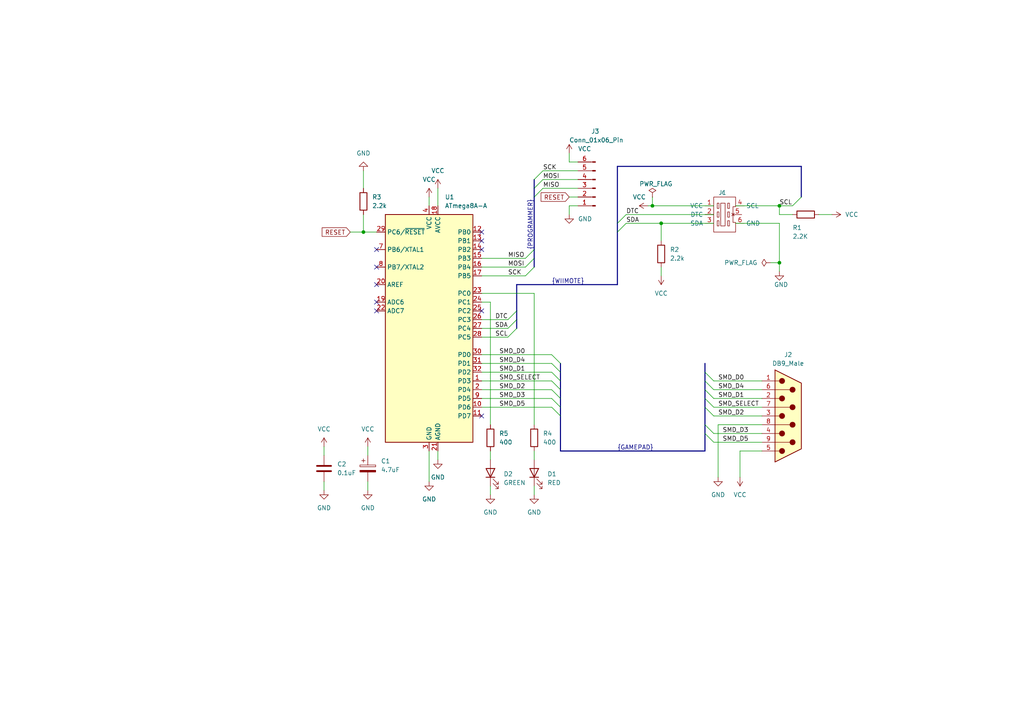
<source format=kicad_sch>
(kicad_sch (version 20230121) (generator eeschema)
  (paper "A4")
  (lib_symbols
    (symbol "Connector:Conn_01x06_Pin" (pin_names (offset 1.016) hide)
      (property "Reference" "J" (at 0 7.62 0))
      (property "Value" "Conn_01x06_Pin" (at 0 -10.16 0))
      (symbol "Conn_01x06_Pin_1_1"
        (polyline (pts (xy 1.27 -7.62) (xy 0.8636 -7.62)) (stroke (width 0.1524)))
        (polyline (pts (xy 1.27 -5.08) (xy 0.8636 -5.08)) (stroke (width 0.1524)))
        (polyline (pts (xy 1.27 -2.54) (xy 0.8636 -2.54)) (stroke (width 0.1524)))
        (polyline (pts (xy 1.27 0) (xy 0.8636 0)) (stroke (width 0.1524)))
        (polyline (pts (xy 1.27 2.54) (xy 0.8636 2.54)) (stroke (width 0.1524)))
        (polyline (pts (xy 1.27 5.08) (xy 0.8636 5.08)) (stroke (width 0.1524)))
        (rectangle (start 0.8636 -7.493) (end 0 -7.747) (stroke (width 0.1524)) (fill (type outline)))
        (rectangle (start 0.8636 -4.953) (end 0 -5.207) (stroke (width 0.1524)) (fill (type outline)))
        (rectangle (start 0.8636 -2.413) (end 0 -2.667) (stroke (width 0.1524)) (fill (type outline)))
        (rectangle (start 0.8636 0.127) (end 0 -0.127) (stroke (width 0.1524)) (fill (type outline)))
        (rectangle (start 0.8636 2.667) (end 0 2.413) (stroke (width 0.1524)) (fill (type outline)))
        (rectangle (start 0.8636 5.207) (end 0 4.953) (stroke (width 0.1524)) (fill (type outline)))
        (pin passive line (at 5.08 5.08 180) (length 3.81) (name "Pin_1") (number "1"))
        (pin passive line (at 5.08 2.54 180) (length 3.81) (name "Pin_2") (number "2"))
        (pin passive line (at 5.08 0 180) (length 3.81) (name "Pin_3") (number "3"))
        (pin passive line (at 5.08 -2.54 180) (length 3.81) (name "Pin_4") (number "4"))
        (pin passive line (at 5.08 -5.08 180) (length 3.81) (name "Pin_5") (number "5"))
        (pin passive line (at 5.08 -7.62 180) (length 3.81) (name "Pin_6") (number "6"))
      )
    )
    (symbol "Connector:DB9_Male" (pin_names (offset 1.016) hide)
      (property "Reference" "J" (at 0 13.97 0))
      (property "Value" "DB9_Male" (at 0 -14.605 0))
      (symbol "DB9_Male_0_1"
        (circle (center -1.778 -10.16) (radius 0.762) (fill (type outline)))
        (circle (center -1.778 -5.08) (radius 0.762) (fill (type outline)))
        (circle (center -1.778 0) (radius 0.762) (fill (type outline)))
        (circle (center -1.778 5.08) (radius 0.762) (fill (type outline)))
        (circle (center -1.778 10.16) (radius 0.762) (fill (type outline)))
        (polyline (pts (xy -3.81 -10.16) (xy -2.54 -10.16)))
        (polyline (pts (xy -3.81 -7.62) (xy 0.508 -7.62)))
        (polyline (pts (xy -3.81 -5.08) (xy -2.54 -5.08)))
        (polyline (pts (xy -3.81 -2.54) (xy 0.508 -2.54)))
        (polyline (pts (xy -3.81 0) (xy -2.54 0)))
        (polyline (pts (xy -3.81 2.54) (xy 0.508 2.54)))
        (polyline (pts (xy -3.81 5.08) (xy -2.54 5.08)))
        (polyline (pts (xy -3.81 7.62) (xy 0.508 7.62)))
        (polyline (pts (xy -3.81 10.16) (xy -2.54 10.16)))
        (polyline (pts (xy -3.81 -13.335) (xy -3.81 13.335) (xy 3.81 9.525) (xy 3.81 -9.525) (xy -3.81 -13.335)) (stroke (width 0.254)) (fill (type background)))
        (circle (center 1.27 -7.62) (radius 0.762) (fill (type outline)))
        (circle (center 1.27 -2.54) (radius 0.762) (fill (type outline)))
        (circle (center 1.27 2.54) (radius 0.762) (fill (type outline)))
        (circle (center 1.27 7.62) (radius 0.762) (fill (type outline)))
      )
      (symbol "DB9_Male_1_1"
        (pin passive line (at -7.62 -10.16 0) (length 3.81) (name "1") (number "1"))
        (pin passive line (at -7.62 -5.08 0) (length 3.81) (name "2") (number "2"))
        (pin passive line (at -7.62 0 0) (length 3.81) (name "3") (number "3"))
        (pin passive line (at -7.62 5.08 0) (length 3.81) (name "4") (number "4"))
        (pin passive line (at -7.62 10.16 0) (length 3.81) (name "5") (number "5"))
        (pin passive line (at -7.62 -7.62 0) (length 3.81) (name "6") (number "6"))
        (pin passive line (at -7.62 -2.54 0) (length 3.81) (name "7") (number "7"))
        (pin passive line (at -7.62 2.54 0) (length 3.81) (name "8") (number "8"))
        (pin passive line (at -7.62 7.62 0) (length 3.81) (name "9") (number "9"))
      )
    )
    (symbol "Device:C" (pin_numbers hide) (pin_names (offset 0.254))
      (property "Reference" "C" (at 0.635 2.54 0))
      (property "Value" "C" (at 0.635 -2.54 0))
      (symbol "C_0_1"
        (polyline (pts (xy -2.032 -0.762) (xy 2.032 -0.762)) (stroke (width 0.508)))
        (polyline (pts (xy -2.032 0.762) (xy 2.032 0.762)) (stroke (width 0.508)))
      )
      (symbol "C_1_1"
        (pin passive line (at 0 3.81 270) (length 2.794) (name "~") (number "1"))
        (pin passive line (at 0 -3.81 90) (length 2.794) (name "~") (number "2"))
      )
    )
    (symbol "Device:C_Polarized" (pin_numbers hide) (pin_names (offset 0.254))
      (property "Reference" "C" (at 0.635 2.54 0))
      (property "Value" "C_Polarized" (at 0.635 -2.54 0))
      (symbol "C_Polarized_0_1"
        (rectangle (start -2.286 0.508) (end 2.286 1.016))
        (polyline (pts (xy -1.778 2.286) (xy -0.762 2.286)))
        (polyline (pts (xy -1.27 2.794) (xy -1.27 1.778)))
        (rectangle (start 2.286 -0.508) (end -2.286 -1.016) (fill (type outline)))
      )
      (symbol "C_Polarized_1_1"
        (pin passive line (at 0 3.81 270) (length 2.794) (name "~") (number "1"))
        (pin passive line (at 0 -3.81 90) (length 2.794) (name "~") (number "2"))
      )
    )
    (symbol "Device:LED" (pin_numbers hide) (pin_names (offset 1.016) hide)
      (property "Reference" "D" (at 0 2.54 0))
      (property "Value" "LED" (at 0 -2.54 0))
      (symbol "LED_0_1"
        (polyline (pts (xy -1.27 -1.27) (xy -1.27 1.27)) (stroke (width 0.254)))
        (polyline (pts (xy -1.27 0) (xy 1.27 0)))
        (polyline (pts (xy 1.27 -1.27) (xy 1.27 1.27) (xy -1.27 0) (xy 1.27 -1.27)) (stroke (width 0.254)))
        (polyline (pts (xy -3.048 -0.762) (xy -4.572 -2.286) (xy -3.81 -2.286) (xy -4.572 -2.286) (xy -4.572 -1.524)))
        (polyline (pts (xy -1.778 -0.762) (xy -3.302 -2.286) (xy -2.54 -2.286) (xy -3.302 -2.286) (xy -3.302 -1.524)))
      )
      (symbol "LED_1_1"
        (pin passive line (at -3.81 0 0) (length 2.54) (name "K") (number "1"))
        (pin passive line (at 3.81 0 180) (length 2.54) (name "A") (number "2"))
      )
    )
    (symbol "Device:R" (pin_numbers hide) (pin_names (offset 0))
      (property "Reference" "R" (at 2.032 0 90))
      (property "Value" "R" (at 0 0 90))
      (symbol "R_0_1"
        (rectangle (start -1.016 -2.54) (end 1.016 2.54) (stroke (width 0.254)))
      )
      (symbol "R_1_1"
        (pin passive line (at 0 3.81 270) (length 1.27) (name "~") (number "1"))
        (pin passive line (at 0 -3.81 90) (length 1.27) (name "~") (number "2"))
      )
    )
    (symbol "GND_1" (power) (pin_names (offset 0))
      (property "Value" "GND_1" (at 0 -3.81 0))
      (symbol "GND_1_0_1"
        (polyline (pts (xy 0 0) (xy 0 -1.27) (xy 1.27 -1.27) (xy 0 -2.54) (xy -1.27 -1.27) (xy 0 -1.27)))
      )
      (symbol "GND_1_1_1"
        (pin power_in line (at 0 0 270) (length 0) hide (name "GND") (number "1"))
      )
    )
    (symbol "GND_2" (power) (pin_names (offset 0))
      (property "Value" "GND_2" (at 0 -3.81 0))
      (symbol "GND_2_0_1"
        (polyline (pts (xy 0 0) (xy 0 -1.27) (xy 1.27 -1.27) (xy 0 -2.54) (xy -1.27 -1.27) (xy 0 -1.27)))
      )
      (symbol "GND_2_1_1"
        (pin power_in line (at 0 0 270) (length 0) hide (name "GND") (number "1"))
      )
    )
    (symbol "GND_3" (power) (pin_names (offset 0))
      (property "Value" "GND_3" (at 0 -3.81 0))
      (symbol "GND_3_0_1"
        (polyline (pts (xy 0 0) (xy 0 -1.27) (xy 1.27 -1.27) (xy 0 -2.54) (xy -1.27 -1.27) (xy 0 -1.27)))
      )
      (symbol "GND_3_1_1"
        (pin power_in line (at 0 0 270) (length 0) hide (name "GND") (number "1"))
      )
    )
    (symbol "MCU_Microchip_ATmega:ATmega8A-A"
      (property "Reference" "U" (at -12.7 34.29 0))
      (property "Value" "ATmega8A-A" (at 5.08 -34.29 0))
      (symbol "ATmega8A-A_0_1"
        (rectangle (start -12.7 -33.02) (end 12.7 33.02) (stroke (width 0.254)) (fill (type background)))
      )
      (symbol "ATmega8A-A_1_1"
        (pin bidirectional line (at 15.24 -15.24 180) (length 2.54) (name "PD3") (number "1"))
        (pin bidirectional line (at 15.24 -22.86 180) (length 2.54) (name "PD6") (number "10"))
        (pin bidirectional line (at 15.24 -25.4 180) (length 2.54) (name "PD7") (number "11"))
        (pin bidirectional line (at 15.24 27.94 180) (length 2.54) (name "PB0") (number "12"))
        (pin bidirectional line (at 15.24 25.4 180) (length 2.54) (name "PB1") (number "13"))
        (pin bidirectional line (at 15.24 22.86 180) (length 2.54) (name "PB2") (number "14"))
        (pin bidirectional line (at 15.24 20.32 180) (length 2.54) (name "PB3") (number "15"))
        (pin bidirectional line (at 15.24 17.78 180) (length 2.54) (name "PB4") (number "16"))
        (pin bidirectional line (at 15.24 15.24 180) (length 2.54) (name "PB5") (number "17"))
        (pin power_in line (at 2.54 35.56 270) (length 2.54) (name "AVCC") (number "18"))
        (pin input line (at -15.24 7.62 0) (length 2.54) (name "ADC6") (number "19"))
        (pin bidirectional line (at 15.24 -17.78 180) (length 2.54) (name "PD4") (number "2"))
        (pin passive line (at -15.24 12.7 0) (length 2.54) (name "AREF") (number "20"))
        (pin power_in line (at 2.54 -35.56 90) (length 2.54) (name "AGND") (number "21"))
        (pin input line (at -15.24 5.08 0) (length 2.54) (name "ADC7") (number "22"))
        (pin bidirectional line (at 15.24 10.16 180) (length 2.54) (name "PC0") (number "23"))
        (pin bidirectional line (at 15.24 7.62 180) (length 2.54) (name "PC1") (number "24"))
        (pin bidirectional line (at 15.24 5.08 180) (length 2.54) (name "PC2") (number "25"))
        (pin bidirectional line (at 15.24 2.54 180) (length 2.54) (name "PC3") (number "26"))
        (pin bidirectional line (at 15.24 0 180) (length 2.54) (name "PC4") (number "27"))
        (pin bidirectional line (at 15.24 -2.54 180) (length 2.54) (name "PC5") (number "28"))
        (pin bidirectional line (at -15.24 27.94 0) (length 2.54) (name "PC6/~{RESET}") (number "29"))
        (pin power_in line (at 0 -35.56 90) (length 2.54) (name "GND") (number "3"))
        (pin bidirectional line (at 15.24 -7.62 180) (length 2.54) (name "PD0") (number "30"))
        (pin bidirectional line (at 15.24 -10.16 180) (length 2.54) (name "PD1") (number "31"))
        (pin bidirectional line (at 15.24 -12.7 180) (length 2.54) (name "PD2") (number "32"))
        (pin power_in line (at 0 35.56 270) (length 2.54) (name "VCC") (number "4"))
        (pin passive line (at 0 -35.56 90) (length 2.54) hide (name "GND") (number "5"))
        (pin passive line (at 0 35.56 270) (length 2.54) hide (name "VCC") (number "6"))
        (pin bidirectional line (at -15.24 22.86 0) (length 2.54) (name "PB6/XTAL1") (number "7"))
        (pin bidirectional line (at -15.24 17.78 0) (length 2.54) (name "PB7/XTAL2") (number "8"))
        (pin bidirectional line (at 15.24 -20.32 180) (length 2.54) (name "PD5") (number "9"))
      )
    )
    (symbol "VCC_1" (power) (pin_names (offset 0))
      (property "Value" "VCC_1" (at 0 3.81 0))
      (symbol "VCC_1_0_1"
        (polyline (pts (xy -0.762 1.27) (xy 0 2.54)))
        (polyline (pts (xy 0 0) (xy 0 2.54)))
        (polyline (pts (xy 0 2.54) (xy 0.762 1.27)))
      )
      (symbol "VCC_1_1_1"
        (pin power_in line (at 0 0 90) (length 0) hide (name "VCC") (number "1"))
      )
    )
    (symbol "VCC_2" (power) (pin_names (offset 0))
      (property "Value" "VCC_2" (at 0 3.81 0))
      (symbol "VCC_2_0_1"
        (polyline (pts (xy -0.762 1.27) (xy 0 2.54)))
        (polyline (pts (xy 0 0) (xy 0 2.54)))
        (polyline (pts (xy 0 2.54) (xy 0.762 1.27)))
      )
      (symbol "VCC_2_1_1"
        (pin power_in line (at 0 0 90) (length 0) hide (name "VCC") (number "1"))
      )
    )
    (symbol "VCC_3" (power) (pin_names (offset 0))
      (property "Value" "VCC_3" (at 0 3.81 0))
      (symbol "VCC_3_0_1"
        (polyline (pts (xy -0.762 1.27) (xy 0 2.54)))
        (polyline (pts (xy 0 0) (xy 0 2.54)))
        (polyline (pts (xy 0 2.54) (xy 0.762 1.27)))
      )
      (symbol "VCC_3_1_1"
        (pin power_in line (at 0 0 90) (length 0) hide (name "VCC") (number "1"))
      )
    )
    (symbol "VCC_4" (power) (pin_names (offset 0))
      (property "Value" "VCC_4" (at 0 3.81 0))
      (symbol "VCC_4_0_1"
        (polyline (pts (xy -0.762 1.27) (xy 0 2.54)))
        (polyline (pts (xy 0 0) (xy 0 2.54)))
        (polyline (pts (xy 0 2.54) (xy 0.762 1.27)))
      )
      (symbol "VCC_4_1_1"
        (pin power_in line (at 0 0 90) (length 0) hide (name "VCC") (number "1"))
      )
    )
    (symbol "VCC_5" (power) (pin_names (offset 0))
      (property "Value" "VCC_5" (at 0 3.81 0))
      (symbol "VCC_5_0_1"
        (polyline (pts (xy -0.762 1.27) (xy 0 2.54)))
        (polyline (pts (xy 0 0) (xy 0 2.54)))
        (polyline (pts (xy 0 2.54) (xy 0.762 1.27)))
      )
      (symbol "VCC_5_1_1"
        (pin power_in line (at 0 0 90) (length 0) hide (name "VCC") (number "1"))
      )
    )
    (symbol "VCC_6" (power) (pin_names (offset 0))
      (property "Value" "VCC_6" (at 0 3.81 0))
      (symbol "VCC_6_0_1"
        (polyline (pts (xy -0.762 1.27) (xy 0 2.54)))
        (polyline (pts (xy 0 0) (xy 0 2.54)))
        (polyline (pts (xy 0 2.54) (xy 0.762 1.27)))
      )
      (symbol "VCC_6_1_1"
        (pin power_in line (at 0 0 90) (length 0) hide (name "VCC") (number "1"))
      )
    )
    (symbol "VCC_7" (power) (pin_names (offset 0))
      (property "Value" "VCC_7" (at 0 3.81 0))
      (symbol "VCC_7_0_1"
        (polyline (pts (xy -0.762 1.27) (xy 0 2.54)))
        (polyline (pts (xy 0 0) (xy 0 2.54)))
        (polyline (pts (xy 0 2.54) (xy 0.762 1.27)))
      )
      (symbol "VCC_7_1_1"
        (pin power_in line (at 0 0 90) (length 0) hide (name "VCC") (number "1"))
      )
    )
    (symbol "VCC_8" (power) (pin_names (offset 0))
      (property "Value" "VCC_8" (at 0 3.81 0))
      (symbol "VCC_8_0_1"
        (polyline (pts (xy -0.762 1.27) (xy 0 2.54)))
        (polyline (pts (xy 0 0) (xy 0 2.54)))
        (polyline (pts (xy 0 2.54) (xy 0.762 1.27)))
      )
      (symbol "VCC_8_1_1"
        (pin power_in line (at 0 0 90) (length 0) hide (name "VCC") (number "1"))
      )
    )
    (symbol "Wii:Wii_Nunchuck_Connector"
      (property "Reference" "J" (at -6.35 0 0))
      (symbol "Wii_Nunchuck_Connector_0_1"
        (rectangle (start -3.302 -1.016) (end -1.778 -1.524))
        (rectangle (start -3.302 0.762) (end 3.302 -0.508))
        (rectangle (start -3.302 2.032) (end -1.778 1.524))
        (rectangle (start -0.762 -1.016) (end 0.762 -1.524))
        (rectangle (start -0.762 2.032) (end 0.762 1.524))
        (polyline (pts (xy 5.08 -2.54) (xy 5.08 3.81) (xy 2.286 3.81) (xy 2.286 3.048) (xy -2.286 3.048) (xy -2.286 3.81) (xy -5.08 3.81) (xy -5.08 -2.54) (xy 5.08 -2.54)))
        (rectangle (start 1.778 -1.016) (end 3.302 -1.524))
        (rectangle (start 1.778 2.032) (end 3.302 1.524))
      )
      (symbol "Wii_Nunchuck_Connector_1_1"
        (pin power_in line (at -2.54 -2.54 270) (length 2.54) (name "VCC") (number "1"))
        (pin input line (at 0 -2.54 270) (length 2.54) (name "DTC") (number "2"))
        (pin input line (at 2.54 -2.54 270) (length 2.54) (name "SDA") (number "3"))
        (pin input line (at -2.54 3.81 90) (length 2.54) (name "SCL") (number "4"))
        (pin no_connect line (at 0 3.048 90) (length 2.54) (name "") (number "5"))
        (pin power_in line (at 2.54 3.81 90) (length 2.54) (name "GND") (number "6"))
      )
    )
    (symbol "power:GND" (power) (pin_names (offset 0))
      (property "Value" "GND" (at 0 -3.81 0))
      (symbol "GND_0_1"
        (polyline (pts (xy 0 0) (xy 0 -1.27) (xy 1.27 -1.27) (xy 0 -2.54) (xy -1.27 -1.27) (xy 0 -1.27)))
      )
      (symbol "GND_1_1"
        (pin power_in line (at 0 0 270) (length 0) hide (name "GND") (number "1"))
      )
    )
    (symbol "power:PWR_FLAG" (power) (pin_numbers hide) (pin_names (offset 0) hide)
      (property "Value" "PWR_FLAG" (at 0 3.81 0))
      (symbol "PWR_FLAG_0_0"
        (pin power_out line (at 0 0 90) (length 0) (name "pwr") (number "1"))
      )
      (symbol "PWR_FLAG_0_1"
        (polyline (pts (xy 0 0) (xy 0 1.27) (xy -1.016 1.905) (xy 0 2.54) (xy 1.016 1.905) (xy 0 1.27)))
      )
    )
    (symbol "power:VCC" (power) (pin_names (offset 0))
      (property "Value" "VCC" (at 0 3.81 0))
      (symbol "VCC_0_1"
        (polyline (pts (xy -0.762 1.27) (xy 0 2.54)))
        (polyline (pts (xy 0 0) (xy 0 2.54)))
        (polyline (pts (xy 0 2.54) (xy 0.762 1.27)))
      )
      (symbol "VCC_1_1"
        (pin power_in line (at 0 0 90) (length 0) hide (name "VCC") (number "1"))
      )
    )
  )
  (bus_alias "GAMEPAD" (members "SMD_D0" "SMD_D1" "SMD_D2" "SMD_D3" "SMD_D4" "SMD_D5" "SMD_SELECT"))
  (bus_alias "PROGRAMMER" (members "SCK" "MOSI" "MISO"))
  (bus_alias "WIIMOTE" (members "DTC" "SDA" "SCL"))
  (junction (at 226.06 76.2))
  (junction (at 189.23 59.69))
  (junction (at 105.41 67.31))
  (junction (at 226.06 59.69))
  (junction (at 191.77 64.77))
  (no_connect (at 139.7 72.39))
  (no_connect (at 109.22 72.39))
  (no_connect (at 139.7 69.85))
  (no_connect (at 139.7 90.17))
  (no_connect (at 139.7 120.65))
  (no_connect (at 109.22 87.63))
  (no_connect (at 109.22 82.55))
  (no_connect (at 109.22 90.17))
  (no_connect (at 139.7 67.31))
  (no_connect (at 109.22 77.47))
  (bus_entry (at 152.4 77.47) (size 2.54 -2.54))
  (bus_entry (at 204.47 125.73) (size 2.54 2.54))
  (bus_entry (at 179.07 64.77) (size 2.54 -2.54))
  (bus_entry (at 232.41 57.15) (size -2.54 2.54))
  (bus_entry (at 152.4 80.01) (size 2.54 -2.54))
  (bus_entry (at 204.47 110.49) (size 2.54 2.54))
  (bus_entry (at 160.02 113.03) (size 2.54 2.54))
  (bus_entry (at 152.4 74.93) (size 2.54 -2.54))
  (bus_entry (at 204.47 115.57) (size 2.54 2.54))
  (bus_entry (at 147.32 95.25) (size 2.54 -2.54))
  (bus_entry (at 160.02 115.57) (size 2.54 2.54))
  (bus_entry (at 160.02 110.49) (size 2.54 2.54))
  (bus_entry (at 154.94 52.07) (size 2.54 -2.54))
  (bus_entry (at 154.94 54.61) (size 2.54 -2.54))
  (bus_entry (at 204.47 107.95) (size 2.54 2.54))
  (bus_entry (at 179.07 67.31) (size 2.54 -2.54))
  (bus_entry (at 204.47 118.11) (size 2.54 2.54))
  (bus_entry (at 149.86 95.25) (size -2.54 2.54))
  (bus_entry (at 160.02 118.11) (size 2.54 2.54))
  (bus_entry (at 204.47 123.19) (size 2.54 2.54))
  (bus_entry (at 160.02 105.41) (size 2.54 2.54))
  (bus_entry (at 204.47 113.03) (size 2.54 2.54))
  (bus_entry (at 154.94 57.15) (size 2.54 -2.54))
  (bus_entry (at 149.86 90.17) (size -2.54 2.54))
  (bus_entry (at 160.02 102.87) (size 2.54 2.54))
  (bus_entry (at 160.02 107.95) (size 2.54 2.54))
  (bus (pts (xy 204.47 105.41) (xy 204.47 107.95)))
  (wire (pts (xy 139.7 105.41) (xy 160.02 105.41)))
  (wire (pts (xy 214.63 130.81) (xy 214.63 138.43)))
  (wire (pts (xy 106.68 139.7) (xy 106.68 142.24)))
  (wire (pts (xy 139.7 107.95) (xy 160.02 107.95)))
  (wire (pts (xy 142.24 130.81) (xy 142.24 133.35)))
  (wire (pts (xy 207.01 113.03) (xy 220.98 113.03)))
  (wire (pts (xy 207.01 120.65) (xy 220.98 120.65)))
  (wire (pts (xy 207.01 115.57) (xy 220.98 115.57)))
  (bus (pts (xy 232.41 48.26) (xy 232.41 57.15)))
  (bus (pts (xy 204.47 125.73) (xy 204.47 123.19)))
  (wire (pts (xy 191.77 64.77) (xy 207.01 64.77)))
  (bus (pts (xy 154.94 54.61) (xy 154.94 52.07)))
  (bus (pts (xy 204.47 118.11) (xy 204.47 123.19)))
  (wire (pts (xy 106.68 129.54) (xy 106.68 132.08)))
  (wire (pts (xy 165.1 44.45) (xy 165.1 46.99)))
  (wire (pts (xy 157.48 54.61) (xy 167.64 54.61)))
  (wire (pts (xy 157.48 52.07) (xy 167.64 52.07)))
  (wire (pts (xy 181.61 62.23) (xy 207.01 62.23)))
  (wire (pts (xy 101.6 67.31) (xy 105.41 67.31)))
  (wire (pts (xy 93.98 129.54) (xy 93.98 132.08)))
  (wire (pts (xy 139.7 97.79) (xy 147.32 97.79)))
  (bus (pts (xy 204.47 107.95) (xy 204.47 110.49)))
  (wire (pts (xy 220.98 123.19) (xy 208.28 123.19)))
  (wire (pts (xy 142.24 87.63) (xy 139.7 87.63)))
  (wire (pts (xy 189.23 57.15) (xy 189.23 59.69)))
  (bus (pts (xy 179.07 82.55) (xy 149.86 82.55)))
  (wire (pts (xy 127 130.81) (xy 127 133.35)))
  (wire (pts (xy 213.36 64.77) (xy 226.06 64.77)))
  (wire (pts (xy 213.36 59.69) (xy 226.06 59.69)))
  (wire (pts (xy 154.94 140.97) (xy 154.94 143.51)))
  (wire (pts (xy 105.41 49.53) (xy 105.41 54.61)))
  (wire (pts (xy 226.06 59.69) (xy 226.06 62.23)))
  (wire (pts (xy 139.7 95.25) (xy 147.32 95.25)))
  (wire (pts (xy 207.01 125.73) (xy 220.98 125.73)))
  (bus (pts (xy 204.47 130.81) (xy 204.47 125.73)))
  (bus (pts (xy 179.07 67.31) (xy 179.07 82.55)))
  (wire (pts (xy 207.01 128.27) (xy 220.98 128.27)))
  (wire (pts (xy 226.06 78.74) (xy 226.06 76.2)))
  (wire (pts (xy 139.7 118.11) (xy 160.02 118.11)))
  (wire (pts (xy 154.94 123.19) (xy 154.94 85.09)))
  (wire (pts (xy 139.7 92.71) (xy 147.32 92.71)))
  (bus (pts (xy 179.07 48.26) (xy 232.41 48.26)))
  (wire (pts (xy 181.61 64.77) (xy 191.77 64.77)))
  (wire (pts (xy 139.7 77.47) (xy 152.4 77.47)))
  (wire (pts (xy 165.1 46.99) (xy 167.64 46.99)))
  (wire (pts (xy 189.23 59.69) (xy 187.96 59.69)))
  (wire (pts (xy 139.7 80.01) (xy 152.4 80.01)))
  (bus (pts (xy 149.86 92.71) (xy 149.86 90.17)))
  (wire (pts (xy 142.24 140.97) (xy 142.24 143.51)))
  (wire (pts (xy 226.06 76.2) (xy 223.52 76.2)))
  (wire (pts (xy 154.94 130.81) (xy 154.94 133.35)))
  (wire (pts (xy 165.1 57.15) (xy 167.64 57.15)))
  (bus (pts (xy 162.56 110.49) (xy 162.56 113.03)))
  (bus (pts (xy 204.47 113.03) (xy 204.47 115.57)))
  (bus (pts (xy 149.86 82.55) (xy 149.86 90.17)))
  (wire (pts (xy 226.06 62.23) (xy 229.87 62.23)))
  (wire (pts (xy 139.7 115.57) (xy 160.02 115.57)))
  (wire (pts (xy 157.48 49.53) (xy 167.64 49.53)))
  (wire (pts (xy 241.3 62.23) (xy 237.49 62.23)))
  (bus (pts (xy 162.56 115.57) (xy 162.56 118.11)))
  (wire (pts (xy 226.06 64.77) (xy 226.06 76.2)))
  (wire (pts (xy 105.41 62.23) (xy 105.41 67.31)))
  (wire (pts (xy 124.46 57.15) (xy 124.46 59.69)))
  (wire (pts (xy 165.1 59.69) (xy 167.64 59.69)))
  (bus (pts (xy 204.47 110.49) (xy 204.47 113.03)))
  (bus (pts (xy 162.56 110.49) (xy 162.56 107.95)))
  (wire (pts (xy 208.28 123.19) (xy 208.28 138.43)))
  (bus (pts (xy 204.47 130.81) (xy 162.56 130.81)))
  (wire (pts (xy 105.41 67.31) (xy 109.22 67.31)))
  (bus (pts (xy 162.56 118.11) (xy 162.56 120.65)))
  (wire (pts (xy 139.7 110.49) (xy 160.02 110.49)))
  (bus (pts (xy 154.94 57.15) (xy 154.94 54.61)))
  (bus (pts (xy 179.07 67.31) (xy 179.07 64.77)))
  (wire (pts (xy 220.98 130.81) (xy 214.63 130.81)))
  (bus (pts (xy 149.86 95.25) (xy 149.86 92.71)))
  (wire (pts (xy 139.7 113.03) (xy 160.02 113.03)))
  (wire (pts (xy 191.77 77.47) (xy 191.77 80.01)))
  (wire (pts (xy 226.06 59.69) (xy 229.87 59.69)))
  (wire (pts (xy 191.77 64.77) (xy 191.77 69.85)))
  (wire (pts (xy 165.1 62.23) (xy 165.1 59.69)))
  (bus (pts (xy 154.94 74.93) (xy 154.94 77.47)))
  (bus (pts (xy 162.56 113.03) (xy 162.56 115.57)))
  (wire (pts (xy 124.46 130.81) (xy 124.46 139.7)))
  (wire (pts (xy 127 54.61) (xy 127 59.69)))
  (wire (pts (xy 139.7 74.93) (xy 152.4 74.93)))
  (bus (pts (xy 179.07 64.77) (xy 179.07 48.26)))
  (bus (pts (xy 204.47 115.57) (xy 204.47 118.11)))
  (wire (pts (xy 142.24 87.63) (xy 142.24 123.19)))
  (wire (pts (xy 139.7 102.87) (xy 160.02 102.87)))
  (wire (pts (xy 207.01 110.49) (xy 220.98 110.49)))
  (bus (pts (xy 154.94 72.39) (xy 154.94 74.93)))
  (wire (pts (xy 207.01 118.11) (xy 220.98 118.11)))
  (bus (pts (xy 162.56 120.65) (xy 162.56 130.81)))
  (bus (pts (xy 154.94 57.15) (xy 154.94 72.39)))
  (wire (pts (xy 189.23 59.69) (xy 207.01 59.69)))
  (wire (pts (xy 93.98 139.7) (xy 93.98 142.24)))
  (wire (pts (xy 154.94 85.09) (xy 139.7 85.09)))
  (bus (pts (xy 162.56 107.95) (xy 162.56 105.41)))
  (label "SMD_D1" (at 144.78 107.95 0))
  (label "SMD_D0" (at 144.78 102.87 0))
  (label "MISO" (at 147.32 74.93 0))
  (label "SDA" (at 181.61 64.77 0))
  (label "SMD_D0" (at 208.28 110.49 0))
  (label "SMD_D5" (at 144.78 118.11 0))
  (label "MOSI" (at 157.48 52.07 0))
  (label "SCL" (at 147.32 97.79 180))
  (label "SMD_SELECT" (at 144.78 110.49 0))
  (label "SMD_D4" (at 144.78 105.41 0))
  (label "SCK" (at 147.32 80.01 0))
  (label "SMD_D2" (at 144.78 113.03 0))
  (label "SCK" (at 157.48 49.53 0))
  (label "SMD_D2" (at 208.28 120.65 0))
  (label "SMD_D1" (at 208.28 115.57 0))
  (label "SMD_D3" (at 144.78 115.57 0))
  (label "SCL" (at 226.06 59.69 0))
  (label "SMD_D4" (at 208.28 113.03 0))
  (label "SDA" (at 147.32 95.25 180))
  (label "{PROGRAMMER}" (at 154.94 72.39 90))
  (label "MOSI" (at 147.32 77.47 0))
  (label "DTC" (at 181.61 62.23 0))
  (label "{GAMEPAD}" (at 179.07 130.81 0))
  (label "DTC" (at 147.32 92.71 180))
  (label "SMD_D5" (at 209.55 128.27 0))
  (label "MISO" (at 157.48 54.61 0))
  (label "SMD_SELECT" (at 208.28 118.11 0))
  (label "{WIIMOTE}" (at 160.02 82.55 0))
  (label "SMD_D3" (at 209.55 125.73 0))
  (global_label "RESET" (shape input) (at 165.1 57.15 180) (property "Intersheetrefs" "${INTERSHEET_REFS}" (effects hide)))
  (global_label "RESET" (shape input) (at 101.6 67.31 180) (property "Intersheetrefs" "${INTERSHEET_REFS}" (effects hide)))
  (symbol (lib_id "power:PWR_FLAG") (at 223.52 76.2 90) (unit 1)
    (property "Reference" "#FLG0102" (effects hide))
    (property "Value" "PWR_FLAG" (at 219.71 76.2 90) (effects (justify left)))
  )
  (symbol (lib_name "GND_2") (lib_id "power:GND") (at 226.06 78.74 0) (unit 1)
    (property "Reference" "#PWR0116" (effects hide))
    (property "Value" "GND" (at 228.6 82.55 0) (effects (justify right)))
  )
  (symbol (lib_id "Device:C") (at 93.98 135.89 0) (unit 1)
    (property "Reference" "C2" (at 97.79 134.62 0) (effects (justify left)))
    (property "Value" "0.1uF" (at 97.79 137.16 0) (effects (justify left)))
    (property "Footprint" "Capacitor_SMD:C_1206_3216Metric_Pad1.33x1.80mm_HandSolder" (effects hide))
  )
  (symbol (lib_id "Device:R") (at 191.77 73.66 0) (unit 1)
    (property "Reference" "R2" (at 194.31 72.3899 0) (effects (justify left)))
    (property "Value" "2.2k" (at 194.31 74.9299 0) (effects (justify left)))
    (property "Footprint" "Resistor_SMD:R_1206_3216Metric_Pad1.30x1.75mm_HandSolder" (effects hide))
  )
  (symbol (lib_name "VCC_4") (lib_id "power:VCC") (at 187.96 59.69 90) (unit 1)
    (property "Reference" "#PWR0117" (effects hide))
    (property "Value" "VCC" (at 185.42 57.15 90))
  )
  (symbol (lib_id "power:GND") (at 127 133.35 0) (unit 1)
    (property "Reference" "#PWR0103" (effects hide))
    (property "Value" "GND" (at 127 138.43 0))
  )
  (symbol (lib_id "Connector:Conn_01x06_Pin") (at 172.72 54.61 180) (unit 1)
    (property "Reference" "J3" (at 171.45 38.1 0) (effects (justify right)))
    (property "Value" "Conn_01x06_Pin" (at 165.1 40.64 0) (effects (justify right)))
    (property "Footprint" "Connector_PinHeader_2.54mm:PinHeader_1x06_P2.54mm_Vertical" (effects hide))
  )
  (symbol (lib_id "power:GND") (at 106.68 142.24 0) (unit 1)
    (property "Reference" "#PWR0106" (effects hide))
    (property "Value" "GND" (at 106.68 147.32 0))
  )
  (symbol (lib_id "Device:R") (at 105.41 58.42 0) (unit 1)
    (property "Reference" "R3" (at 107.95 57.1499 0) (effects (justify left)))
    (property "Value" "2.2k" (at 107.95 59.6899 0) (effects (justify left)))
    (property "Footprint" "Resistor_SMD:R_1206_3216Metric_Pad1.30x1.75mm_HandSolder" (effects hide))
  )
  (symbol (lib_name "VCC_2") (lib_id "power:VCC") (at 127 54.61 0) (unit 1)
    (property "Reference" "#PWR0114" (effects hide))
    (property "Value" "VCC" (at 127 49.53 0))
  )
  (symbol (lib_name "GND_3") (lib_id "power:GND") (at 105.41 49.53 180) (unit 1)
    (property "Reference" "#PWR0113" (effects hide))
    (property "Value" "GND" (at 105.41 44.45 0))
  )
  (symbol (lib_id "power:GND") (at 124.46 139.7 0) (unit 1)
    (property "Reference" "#PWR0104" (effects hide))
    (property "Value" "GND" (at 124.46 144.78 0))
  )
  (symbol (lib_id "Wii:Wii_Nunchuck_Connector") (at 209.55 62.23 270) (unit 1)
    (property "Reference" "J1" (at 209.55 55.88 90))
    (property "Value" "~" (at 209.55 55.88 0))
    (property "Footprint" "Wii:Wii_Nunchuck_Connector" (effects hide))
  )
  (symbol (lib_id "power:GND") (at 154.94 143.51 0) (unit 1)
    (property "Reference" "#PWR0102" (effects hide))
    (property "Value" "GND" (at 154.94 148.59 0))
  )
  (symbol (lib_name "VCC_6") (lib_id "power:VCC") (at 93.98 129.54 0) (unit 1)
    (property "Reference" "#PWR01" (effects hide))
    (property "Value" "VCC" (at 93.98 124.46 0))
  )
  (symbol (lib_name "VCC_5") (lib_id "power:VCC") (at 191.77 80.01 180) (unit 1)
    (property "Reference" "#PWR0112" (effects hide))
    (property "Value" "VCC" (at 191.77 85.09 0))
  )
  (symbol (lib_id "Device:R") (at 142.24 127 0) (unit 1)
    (property "Reference" "R5" (at 144.78 125.7299 0) (effects (justify left)))
    (property "Value" "400" (at 144.78 128.2699 0) (effects (justify left)))
    (property "Footprint" "Resistor_SMD:R_1206_3216Metric_Pad1.30x1.75mm_HandSolder" (effects hide))
  )
  (symbol (lib_name "GND_1") (lib_id "power:GND") (at 165.1 62.23 0) (unit 1)
    (property "Reference" "#PWR0108" (effects hide))
    (property "Value" "GND" (at 167.64 63.4999 0) (effects (justify left)))
  )
  (symbol (lib_id "Connector:DB9_Male") (at 228.6 120.65 0) (mirror x) (unit 1)
    (property "Reference" "J2" (at 228.6 102.87 0))
    (property "Value" "DB9_Male" (at 228.6 105.41 0))
    (property "Footprint" "Connector_Dsub:DSUB-9_Male_Horizontal_P2.77x2.84mm_EdgePinOffset7.70mm_Housed_MountingHolesOffset9.12mm" (effects hide))
    (property "Datasheet" " ~" (effects hide))
  )
  (symbol (lib_id "Device:R") (at 154.94 127 0) (unit 1)
    (property "Reference" "R4" (at 157.48 125.73 0) (effects (justify left)))
    (property "Value" "400" (at 157.48 128.27 0) (effects (justify left)))
    (property "Footprint" "Resistor_SMD:R_1206_3216Metric_Pad1.30x1.75mm_HandSolder" (effects hide))
  )
  (symbol (lib_id "Device:LED") (at 154.94 137.16 90) (unit 1)
    (property "Reference" "D1" (at 158.75 137.4774 90) (effects (justify right)))
    (property "Value" "RED" (at 158.75 140.0174 90) (effects (justify right)))
    (property "Footprint" "LED_SMD:LED_1206_3216Metric_Pad1.42x1.75mm_HandSolder" (effects hide))
  )
  (symbol (lib_name "VCC_7") (lib_id "power:VCC") (at 214.63 138.43 180) (unit 1)
    (property "Reference" "#PWR0111" (effects hide))
    (property "Value" "VCC" (at 214.63 143.51 0))
  )
  (symbol (lib_id "Device:R") (at 233.68 62.23 270) (unit 1)
    (property "Reference" "R1" (at 229.87 66.0399 90) (effects (justify left)))
    (property "Value" "2.2K" (at 229.87 68.5799 90) (effects (justify left)))
    (property "Footprint" "Resistor_SMD:R_1206_3216Metric_Pad1.30x1.75mm_HandSolder" (effects hide))
  )
  (symbol (lib_id "MCU_Microchip_ATmega:ATmega8A-A") (at 124.46 95.25 0) (unit 1)
    (property "Reference" "U1" (at 129.0194 57.15 0) (effects (justify left)))
    (property "Value" "ATmega8A-A" (at 129.0194 59.69 0) (effects (justify left)))
    (property "Footprint" "Package_QFP:TQFP-32_7x7mm_P0.8mm" (effects hide))
    (property "Datasheet" "http://ww1.microchip.com/downloads/en/DeviceDoc/Microchip%208bit%20mcu%20AVR%20ATmega8A%20data%20sheet%2040001974A.pdf" (effects hide))
  )
  (symbol (lib_id "power:GND") (at 142.24 143.51 0) (unit 1)
    (property "Reference" "#PWR0101" (effects hide))
    (property "Value" "GND" (at 142.24 148.59 0))
  )
  (symbol (lib_name "VCC_3") (lib_id "power:VCC") (at 124.46 57.15 0) (unit 1)
    (property "Reference" "#PWR0115" (effects hide))
    (property "Value" "VCC" (at 124.46 52.07 0))
  )
  (symbol (lib_name "VCC_1") (lib_id "power:VCC") (at 165.1 44.45 0) (unit 1)
    (property "Reference" "#PWR03" (effects hide))
    (property "Value" "VCC" (at 167.64 43.18 0) (effects (justify left)))
  )
  (symbol (lib_id "power:GND") (at 208.28 138.43 0) (unit 1)
    (property "Reference" "#PWR0110" (effects hide))
    (property "Value" "GND" (at 208.28 143.51 0))
  )
  (symbol (lib_id "Device:C_Polarized") (at 106.68 135.89 0) (unit 1)
    (property "Reference" "C1" (at 110.49 133.7309 0) (effects (justify left)))
    (property "Value" "4.7uF" (at 110.49 136.2709 0) (effects (justify left)))
    (property "Footprint" "Capacitor_THT:CP_Radial_D5.0mm_P2.50mm" (effects hide))
  )
  (symbol (lib_id "power:VCC") (at 241.3 62.23 270) (unit 1)
    (property "Reference" "#PWR0107" (effects hide))
    (property "Value" "VCC" (at 245.11 62.23 90) (effects (justify left)))
  )
  (symbol (lib_id "Device:LED") (at 142.24 137.16 90) (unit 1)
    (property "Reference" "D2" (at 146.05 137.4774 90) (effects (justify right)))
    (property "Value" "GREEN" (at 146.05 140.0174 90) (effects (justify right)))
    (property "Footprint" "LED_SMD:LED_1206_3216Metric_Pad1.42x1.75mm_HandSolder" (effects hide))
  )
  (symbol (lib_id "power:GND") (at 93.98 142.24 0) (unit 1)
    (property "Reference" "#PWR02" (effects hide))
    (property "Value" "GND" (at 93.98 147.32 0))
  )
  (symbol (lib_name "VCC_8") (lib_id "power:VCC") (at 106.68 129.54 0) (unit 1)
    (property "Reference" "#PWR0105" (effects hide))
    (property "Value" "VCC" (at 106.68 124.46 0))
  )
  (symbol (lib_id "power:PWR_FLAG") (at 189.23 57.15 0) (unit 1)
    (property "Reference" "#FLG0101" (effects hide))
    (property "Value" "PWR_FLAG" (at 185.42 53.34 0) (effects (justify left)))
  )
)
</source>
